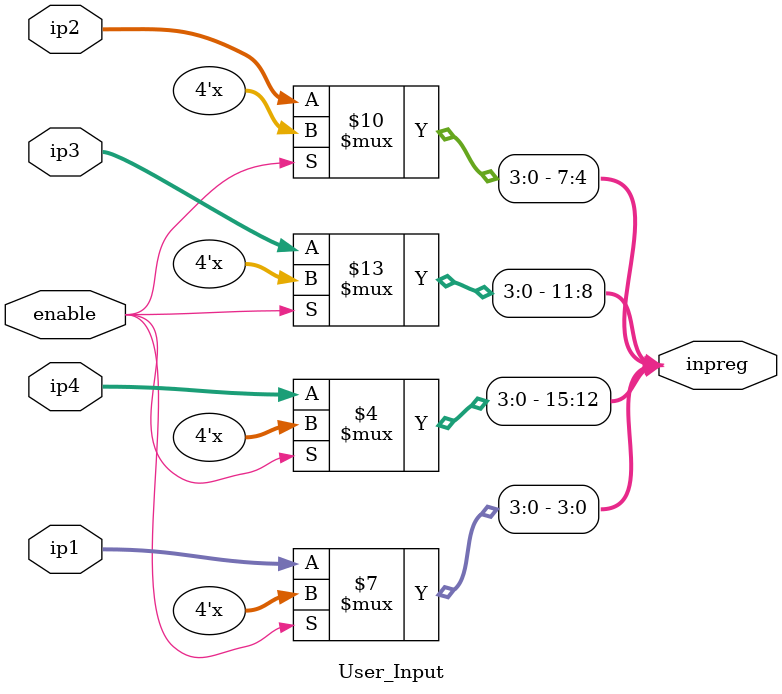
<source format=v>
module User_Input(
    output reg [15:0] inpreg,
    input enable,
    input [3:0] ip1,
    input [3:0] ip2,
    input [3:0] ip3,
    input [3:0] ip4
    );
    
    always@(*)
    begin
        if(enable == 0)
        begin
            inpreg[15:12] <= ip4;
            inpreg[11:8]  <= ip3;
            inpreg[7:4]   <= ip2;
            inpreg[3:0]   <= ip1;
        end
        
        else
            inpreg <= inpreg;
    end
endmodule

</source>
